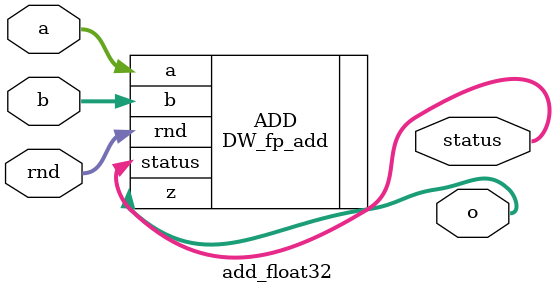
<source format=sv>
/*
 * File: template.sv
 * Author: Michal Gorywoda
 * Created Date: March 9th 2025
 * 
 * Copyright (c) 2025 Michal Gorywoda, KAIST SEED Lab
 */

 `default_nettype none
 module add_float32 #(
    parameter   N_SIG    = 23,
    parameter   N_EXP    = 8,
    parameter   N_DATA   = N_EXP + N_SIG + 1
 ) (
   input    logic [N_DATA-1:0]   a,
   input    logic [N_DATA-1:0]   b,
   input    logic [2:0]          rnd,
   output   logic [N_DATA-1:0]   o,
   output   logic [7:0]          status
 );
 
 
DW_fp_add #
(
   .sig_width(N_SIG), 
   .exp_width(N_EXP), 
   .ieee_compliance(1)
) ADD ( 
   .a(a), 
   .b(b), 
   .rnd(rnd), 
   .z(o), 
   .status(status) 
);
    
endmodule
</source>
